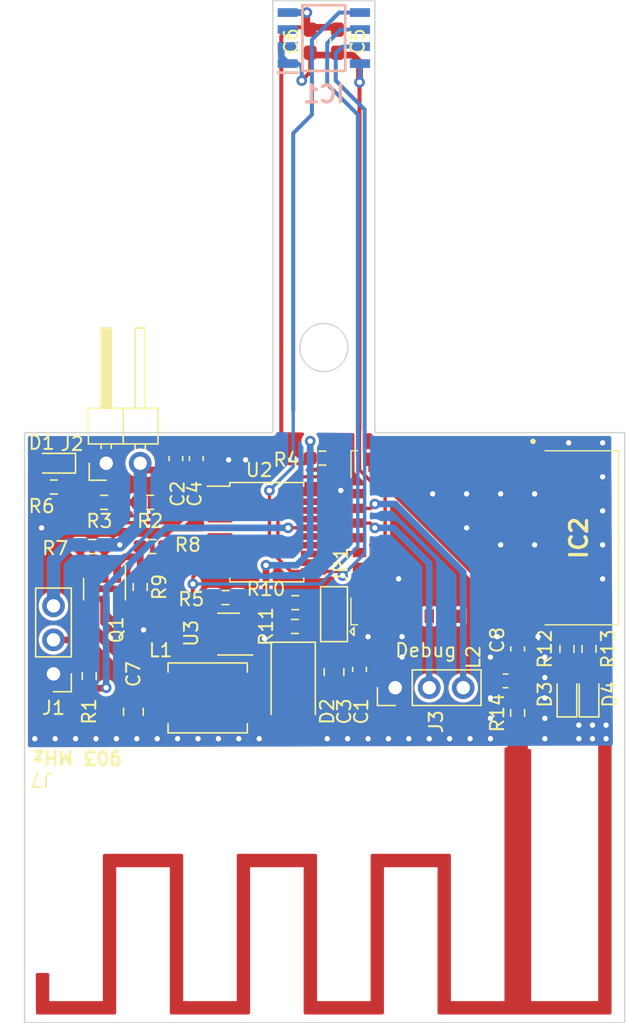
<source format=kicad_pcb>
(kicad_pcb (version 20211014) (generator pcbnew)
  (layers (0 "F.Cu" signal) (31 "B.Cu" signal) (34 "B.Paste" user) (35 "F.Paste" user) (36 "B.SilkS" user "B.Silkscreen") (37 "F.SilkS" user "F.Silkscreen") (38 "B.Mask" user) (39 "F.Mask" user) (44 "Edge.Cuts" user))
  (net 0 "")
  (net 1 "GND")
  (net 2 "VCC")
  (net 3 "Net-(IC1-Pad7)")
  (net 4 "Net-(IC1-Pad6)")
  (net 5 "Net-(J1-Pad2)")
  (net 6 "Net-(D1-Pad2)")
  (net 7 "Net-(R1-Pad1)")
  (net 8 "Net-(C7-Pad2)")
  (net 9 "Net-(D3-Pad2)")
  (net 10 "Net-(D4-Pad2)")
  (net 15 "Net-(IC2-Pad19)")
  (net 17 "Net-(C1-Pad2)")
  (net 19 "Net-(Q1-Pad1)")
  (net 20 "Net-(Q1-Pad3)")
  (net 21 "Net-(D2-Pad2)")
  (net 22 "Net-(R2-Pad1)")
  (net 23 "Net-(R10-Pad1)")
  (net 24 "Net-(IC2-Pad30)")
  (net 26 "Net-(C8-Pad2)")
  (net 28 "Net-(IC2-Pad12)")
  (net 29 "Net-(IC2-Pad11)")
  (net 39 "Net-(IC2-Pad14)")
  (net 40 "Net-(IC2-Pad15)")
  (net 41 "Net-(IC2-Pad16)")
  (net 43 "Net-(IC1-Pad5)")
  (net 44 "Net-(IC2-Pad17)")
  (net 46 "Net-(U2-Pad3)")
  (net 48 "Net-(U2-Pad6)")
  (net 49 "Net-(U2-Pad7)")
  (footprint "Resistor_SMD:R_0603_1608Metric_Pad0.98x0.95mm_HandSolder" (layer "F.Cu") (at 143.764 101.7505 -90)
    (fp_text reference "R13" (at 0 -1.43 90) (layer "F.SilkS"))
    (fp_text value "330")
    (pad "1" smd roundrect (at -0.9125 0 270) (size 0.975 0.95) (layers "F.Cu" "F.Paste" "F.Mask") (net 29 "Net-(IC2-Pad11)"))
    (pad "2" smd roundrect (at 0.9125 0 270) (size 0.975 0.95) (layers "F.Cu" "F.Paste" "F.Mask") (net 10 "Net-(D4-Pad2)"))
  )
  (footprint "Connector_PinHeader_2.54mm:PinHeader_1x03_P2.54mm_Vertical" (layer "F.Cu") (at 103.759 103.617 180)
    (fp_text reference "J1" (at 0 -2.54) (layer "F.SilkS"))
    (fp_text value "UDPI")
    (pad "1" thru_hole rect (at 0 0 180) (size 1.7 1.7) (drill 1) (layers *.Cu *.Mask) (net 1 "GND"))
    (pad "2" thru_hole oval (at 0 2.54 180) (size 1.7 1.7) (drill 1) (layers *.Cu *.Mask) (net 5 "Net-(J1-Pad2)"))
    (pad "3" thru_hole oval (at 0 5.08 180) (size 1.7 1.7) (drill 1) (layers *.Cu *.Mask) (net 2 "VCC"))
  )
  (footprint "Connector_PinHeader_2.54mm:PinHeader_1x03_P2.54mm_Vertical" (layer "F.Cu") (at 129.286 104.648 90)
    (fp_text reference "J3" (at -2.54 3.048 90) (layer "F.SilkS"))
    (fp_text value "debug")
    (pad "1" thru_hole rect (at 0 0 90) (size 1.7 1.7) (drill 1) (layers *.Cu *.Mask) (net 1 "GND"))
    (pad "2" thru_hole oval (at 0 2.54 90) (size 1.7 1.7) (drill 1) (layers *.Cu *.Mask) (net 40 "Net-(IC2-Pad15)"))
    (pad "3" thru_hole oval (at 0 5.08 90) (size 1.7 1.7) (drill 1) (layers *.Cu *.Mask) (net 39 "Net-(IC2-Pad14)"))
  )
  (footprint "Diode_SMD:D_SMA" (layer "F.Cu") (at 121.666 104.648 -90)
    (fp_text reference "D2" (at 1.778 -2.54 90) (layer "F.SilkS"))
    (fp_text value "SD103")
    (pad "1" smd rect (at -2 0 270) (size 2.5 1.8) (layers "F.Cu" "F.Paste" "F.Mask") (net 17 "Net-(C1-Pad2)"))
    (pad "2" smd rect (at 2 0 270) (size 2.5 1.8) (layers "F.Cu" "F.Paste" "F.Mask") (net 21 "Net-(D2-Pad2)"))
  )
  (footprint "Package_TO_SOT_SMD:SOT-23-6" (layer "F.Cu") (at 116.8345 100.645 180)
    (fp_text reference "U3" (at 2.7885 0.061 90) (layer "F.SilkS"))
    (fp_text value "MT3608")
    (pad "1" smd roundrect (at -1.1375 -0.95 180) (size 1.325 0.6) (layers "F.Cu" "F.Paste" "F.Mask") (net 21 "Net-(D2-Pad2)"))
    (pad "2" smd roundrect (at -1.1375 0 180) (size 1.325 0.6) (layers "F.Cu" "F.Paste" "F.Mask") (net 1 "GND"))
    (pad "3" smd roundrect (at -1.1375 0.95 180) (size 1.325 0.6) (layers "F.Cu" "F.Paste" "F.Mask") (net 23 "Net-(R10-Pad1)"))
    (pad "4" smd roundrect (at 1.1375 0.95 180) (size 1.325 0.6) (layers "F.Cu" "F.Paste" "F.Mask") (net 49 "Net-(U2-Pad7)"))
    (pad "5" smd roundrect (at 1.1375 0 180) (size 1.325 0.6) (layers "F.Cu" "F.Paste" "F.Mask") (net 8 "Net-(C7-Pad2)"))
    (pad "6" smd roundrect (at 1.1375 -0.95 180) (size 1.325 0.6) (layers "F.Cu" "F.Paste" "F.Mask"))
  )
  (footprint "Resistor_SMD:R_0603_1608Metric_Pad0.98x0.95mm_HandSolder" (layer "F.Cu") (at 110.9745 90.805)
    (fp_text reference "R2" (at 0 1.397) (layer "F.SilkS"))
    (fp_text value "220k")
    (pad "1" smd roundrect (at -0.9125 0) (size 0.975 0.95) (layers "F.Cu" "F.Paste" "F.Mask") (net 22 "Net-(R2-Pad1)"))
    (pad "2" smd roundrect (at 0.9125 0) (size 0.975 0.95) (layers "F.Cu" "F.Paste" "F.Mask") (net 2 "VCC"))
  )
  (footprint "Connector_PinHeader_2.54mm:PinHeader_1x02_P2.54mm_Horizontal" (layer "F.Cu") (at 107.696 87.884 90)
    (fp_text reference "J2" (at 1.44 -2.54) (layer "F.SilkS"))
    (fp_text value "Battery")
    (pad "1" thru_hole rect (at 0 0 90) (size 1.7 1.7) (drill 1) (layers *.Cu *.Mask) (net 1 "GND"))
    (pad "2" thru_hole oval (at 0 2.54 90) (size 1.7 1.7) (drill 1) (layers *.Cu *.Mask) (net 2 "VCC"))
  )
  (footprint "Resistor_SMD:R_0603_1608Metric_Pad0.98x0.95mm_HandSolder" (layer "F.Cu") (at 110.236 97.1315 -90)
    (fp_text reference "R9" (at 0 -1.43 90) (layer "F.SilkS"))
    (fp_text value "100k")
    (pad "1" smd roundrect (at -0.9125 0 270) (size 0.975 0.95) (layers "F.Cu" "F.Paste" "F.Mask") (net 19 "Net-(Q1-Pad1)"))
    (pad "2" smd roundrect (at 0.9125 0 270) (size 0.975 0.95) (layers "F.Cu" "F.Paste" "F.Mask") (net 1 "GND"))
  )
  (footprint "Inductor_SMD:L_0603_1608Metric_Pad1.05x0.95mm_HandSolder" (layer "F.Cu") (at 137.532 104.14)
    (fp_text reference "L2" (at -2.404 -1.778 90) (layer "F.SilkS"))
    (fp_text value "47n")
    (pad "1" smd roundrect (at -0.875 0) (size 1.05 0.95) (layers "F.Cu" "F.Paste" "F.Mask") (net 1 "GND"))
    (pad "2" smd roundrect (at 0.875 0) (size 1.05 0.95) (layers "F.Cu" "F.Paste" "F.Mask") (net 26 "Net-(C8-Pad2)"))
  )
  (footprint "Resistor_SMD:R_0603_1608Metric_Pad0.98x0.95mm_HandSolder" (layer "F.Cu") (at 121.793 100.076)
    (fp_text reference "R10" (at -2.159 -2.794) (layer "F.SilkS"))
    (fp_text value "10k")
    (pad "1" smd roundrect (at -0.9125 0) (size 0.975 0.95) (layers "F.Cu" "F.Paste" "F.Mask") (net 23 "Net-(R10-Pad1)"))
    (pad "2" smd roundrect (at 0.9125 0) (size 0.975 0.95) (layers "F.Cu" "F.Paste" "F.Mask") (net 17 "Net-(C1-Pad2)"))
  )
  (footprint "Jumper:SolderJumper-3_P1.3mm_Open_Pad1.0x1.5mm" (layer "F.Cu") (at 124.714 99.157 90)
    (fp_text reference "JP1" (at 3.653 0.508 90) (layer "F.SilkS"))
    (fp_text value "Jumper_3_Open")
    (pad "1" smd rect (at -1.3 0 90) (size 1 1.5) (layers "F.Cu" "F.Mask") (net 17 "Net-(C1-Pad2)"))
    (pad "2" smd rect (at 0 0 90) (size 1 1.5) (layers "F.Cu" "F.Mask") (net 15 "Net-(IC2-Pad19)"))
    (pad "3" smd rect (at 1.3 0 90) (size 1 1.5) (layers "F.Cu" "F.Mask") (net 1 "GND"))
  )
  (footprint "Capacitor_SMD:C_0603_1608Metric_Pad1.08x0.95mm_HandSolder" (layer "F.Cu") (at 122.936 56.3665 90)
    (fp_text reference "C6" (at 0 -1.43 90) (layer "F.SilkS"))
    (fp_text value "10u")
    (pad "1" smd roundrect (at -0.8625 0 90) (size 1.075 0.95) (layers "F.Cu" "F.Paste" "F.Mask") (net 17 "Net-(C1-Pad2)"))
    (pad "2" smd roundrect (at 0.8625 0 90) (size 1.075 0.95) (layers "F.Cu" "F.Paste" "F.Mask") (net 1 "GND"))
  )
  (footprint "Capacitor_SMD:C_0603_1608Metric_Pad1.08x0.95mm_HandSolder" (layer "F.Cu") (at 124.968 56.3665 90)
    (fp_text reference "C5" (at -0.0215 1.524 90) (layer "F.SilkS"))
    (fp_text value "100n")
    (pad "1" smd roundrect (at -0.8625 0 90) (size 1.075 0.95) (layers "F.Cu" "F.Paste" "F.Mask") (net 17 "Net-(C1-Pad2)"))
    (pad "2" smd roundrect (at 0.8625 0 90) (size 1.075 0.95) (layers "F.Cu" "F.Paste" "F.Mask") (net 1 "GND"))
  )
  (footprint "Package_TO_SOT_SMD:TSOT-23-6" (layer "F.Cu") (at 107.569 97.2875 -90)
    (fp_text reference "Q1" (at 3.0425 -0.889 90) (layer "F.SilkS"))
    (fp_text value "DMC2053UVT")
    (pad "1" smd roundrect (at -1.1375 -0.95 270) (size 1.325 0.6) (layers "F.Cu" "F.Paste" "F.Mask") (net 19 "Net-(Q1-Pad1)"))
    (pad "2" smd roundrect (at -1.1375 0 270) (size 1.325 0.6) (layers "F.Cu" "F.Paste" "F.Mask") (net 2 "VCC"))
    (pad "3" smd roundrect (at -1.1375 0.95 270) (size 1.325 0.6) (layers "F.Cu" "F.Paste" "F.Mask") (net 20 "Net-(Q1-Pad3)"))
    (pad "4" smd roundrect (at 1.1375 0.95 270) (size 1.325 0.6) (layers "F.Cu" "F.Paste" "F.Mask") (net 8 "Net-(C7-Pad2)"))
    (pad "5" smd roundrect (at 1.1375 0 270) (size 1.325 0.6) (layers "F.Cu" "F.Paste" "F.Mask") (net 1 "GND"))
    (pad "6" smd roundrect (at 1.1375 -0.95 270) (size 1.325 0.6) (layers "F.Cu" "F.Paste" "F.Mask") (net 20 "Net-(Q1-Pad3)"))
  )
  (footprint "Capacitor_SMD:C_0603_1608Metric_Pad1.08x0.95mm_HandSolder" (layer "F.Cu") (at 138.43 101.7535 -90)
    (fp_text reference "C8" (at -0.6615 1.524 90) (layer "F.SilkS"))
    (fp_text value "100p")
    (pad "1" smd roundrect (at -0.8625 0 270) (size 1.075 0.95) (layers "F.Cu" "F.Paste" "F.Mask") (net 24 "Net-(IC2-Pad30)"))
    (pad "2" smd roundrect (at 0.8625 0 270) (size 1.075 0.95) (layers "F.Cu" "F.Paste" "F.Mask") (net 26 "Net-(C8-Pad2)"))
  )
  (footprint "Capacitor_SMD:C_0805_2012Metric_Pad1.18x1.45mm_HandSolder" (layer "F.Cu") (at 109.728 106.4475 90)
    (fp_text reference "C7" (at 2.8155 0 90) (layer "F.SilkS"))
    (fp_text value "22u")
    (pad "1" smd roundrect (at -1.0375 0 90) (size 1.175 1.45) (layers "F.Cu" "F.Paste" "F.Mask") (roundrect_rratio 0.2127659574) (net 1 "GND"))
    (pad "2" smd roundrect (at 1.0375 0 90) (size 1.175 1.45) (layers "F.Cu" "F.Paste" "F.Mask") (roundrect_rratio 0.2127659574) (net 8 "Net-(C7-Pad2)"))
  )
  (footprint "Capacitor_SMD:C_0603_1608Metric_Pad1.08x0.95mm_HandSolder" (layer "F.Cu") (at 114.427 87.5295 -90)
    (fp_text reference "C4" (at 2.6405 0.127 90) (layer "F.SilkS"))
    (fp_text value "10u")
    (pad "1" smd roundrect (at -0.8625 0 270) (size 1.075 0.95) (layers "F.Cu" "F.Paste" "F.Mask") (net 1 "GND"))
    (pad "2" smd roundrect (at 0.8625 0 270) (size 1.075 0.95) (layers "F.Cu" "F.Paste" "F.Mask") (net 2 "VCC"))
  )
  (footprint "WSSFM11R2DAT:WSSFM11R2DAT" (layer "F.Cu") (at 135.98 93.454 -90)
    (fp_text reference "IC2" (at 0.018 -7.022 90) (layer "F.SilkS") (effects (font (size 1.27 1.27) (thickness 0.254))))
    (fp_text value "WSSFM11R2DAT" hide)
    (pad "1" smd rect (at -5.86 -3.55) (size 0.7 1) (layers "F.Cu" "F.Paste" "F.Mask") (net 1 "GND"))
    (pad "2" smd rect (at -5.86 -2.45) (size 0.7 1) (layers "F.Cu" "F.Paste" "F.Mask") (net 1 "GND"))
    (pad "3" smd rect (at -5.86 -1.35) (size 0.7 1) (layers "F.Cu" "F.Paste" "F.Mask") (net 1 "GND"))
    (pad "4" smd rect (at -5.86 -0.25) (size 0.7 1) (layers "F.Cu" "F.Paste" "F.Mask") (net 1 "GND"))
    (pad "5" smd rect (at -5.86 0.85) (size 0.7 1) (layers "F.Cu" "F.Paste" "F.Mask"))
    (pad "6" smd rect (at -5.86 1.95) (size 0.7 1) (layers "F.Cu" "F.Paste" "F.Mask"))
    (pad "7" smd rect (at -5.86 3.05) (size 0.7 1) (layers "F.Cu" "F.Paste" "F.Mask"))
    (pad "8" smd rect (at -5.86 4.15) (size 0.7 1) (layers "F.Cu" "F.Paste" "F.Mask"))
    (pad "9" smd rect (at -5.86 5.25) (size 0.7 1) (layers "F.Cu" "F.Paste" "F.Mask"))
    (pad "10" smd rect (at -5.86 6.35) (size 0.7 1) (layers "F.Cu" "F.Paste" "F.Mask"))
    (pad "11" smd rect (at -5.86 7.45) (size 0.7 1) (layers "F.Cu" "F.Paste" "F.Mask") (net 29 "Net-(IC2-Pad11)"))
    (pad "12" smd rect (at -5.86 8.55) (size 0.7 1) (layers "F.Cu" "F.Paste" "F.Mask") (net 28 "Net-(IC2-Pad12)"))
    (pad "13" smd rect (at -3.3 9.36 270) (size 0.7 1) (layers "F.Cu" "F.Paste" "F.Mask"))
    (pad "14" smd rect (at -2.2 9.36 270) (size 0.7 1) (layers "F.Cu" "F.Paste" "F.Mask") (net 39 "Net-(IC2-Pad14)"))
    (pad "15" smd rect (at -1.1 9.36 270) (size 0.7 1) (layers "F.Cu" "F.Paste" "F.Mask") (net 40 "Net-(IC2-Pad15)"))
    (pad "16" smd rect (at 0 9.36 270) (size 0.7 1) (layers "F.Cu" "F.Paste" "F.Mask") (net 41 "Net-(IC2-Pad16)"))
    (pad "17" smd rect (at 1.1 9.36 270) (size 0.7 1) (layers "F.Cu" "F.Paste" "F.Mask") (net 44 "Net-(IC2-Pad17)"))
    (pad "18" smd rect (at 2.2 9.36 270) (size 0.7 1) (layers "F.Cu" "F.Paste" "F.Mask"))
    (pad "19" smd rect (at 3.3 9.36 270) (size 0.7 1) (layers "F.Cu" "F.Paste" "F.Mask") (net 15 "Net-(IC2-Pad19)"))
    (pad "20" smd rect (at 5.86 8.55) (size 0.7 1) (layers "F.Cu" "F.Paste" "F.Mask") (net 1 "GND"))
    (pad "21" smd rect (at 5.86 7.45) (size 0.7 1) (layers "F.Cu" "F.Paste" "F.Mask") (net 17 "Net-(C1-Pad2)"))
    (pad "22" smd rect (at 5.86 6.35) (size 0.7 1) (layers "F.Cu" "F.Paste" "F.Mask") (net 1 "GND"))
    (pad "23" smd rect (at 5.86 5.25) (size 0.7 1) (layers "F.Cu" "F.Paste" "F.Mask"))
    (pad "24" smd rect (at 5.86 4.15) (size 0.7 1) (layers "F.Cu" "F.Paste" "F.Mask"))
    (pad "25" smd rect (at 5.86 3.05) (size 0.7 1) (layers "F.Cu" "F.Paste" "F.Mask"))
    (pad "26" smd rect (at 5.86 1.95) (size 0.7 1) (layers "F.Cu" "F.Paste" "F.Mask"))
    (pad "27" smd rect (at 5.86 0.85) (size 0.7 1) (layers "F.Cu" "F.Paste" "F.Mask") (net 1 "GND"))
    (pad "28" smd rect (at 5.86 -0.25) (size 0.7 1) (layers "F.Cu" "F.Paste" "F.Mask") (net 1 "GND"))
    (pad "29" smd rect (at 5.86 -1.35) (size 0.7 1) (layers "F.Cu" "F.Paste" "F.Mask") (net 1 "GND"))
    (pad "30" smd rect (at 5.86 -2.45) (size 0.7 1) (layers "F.Cu" "F.Paste" "F.Mask") (net 24 "Net-(IC2-Pad30)"))
    (pad "31" smd rect (at 5.86 -3.55) (size 0.7 1) (layers "F.Cu" "F.Paste" "F.Mask") (net 1 "GND"))
  )
  (footprint "Capacitor_SMD:C_0603_1608Metric_Pad1.08x0.95mm_HandSolder" (layer "F.Cu") (at 126.619 103.2775 90)
    (fp_text reference "C1" (at -3.1485 0.127 90) (layer "F.SilkS"))
    (fp_text value "100n")
    (pad "1" smd roundrect (at -0.8625 0 90) (size 1.075 0.95) (layers "F.Cu" "F.Paste" "F.Mask") (net 1 "GND"))
    (pad "2" smd roundrect (at 0.8625 0 90) (size 1.075 0.95) (layers "F.Cu" "F.Paste" "F.Mask") (net 17 "Net-(C1-Pad2)"))
  )
  (footprint "LED_SMD:LED_0603_1608Metric_Pad1.05x0.95mm_HandSolder" (layer "F.Cu") (at 103.745 87.884 180)
    (fp_text reference "D1" (at 0.875 1.524) (layer "F.SilkS"))
    (fp_text value "LED_Small")
    (pad "1" smd roundrect (at -0.875 0 180) (size 1.05 0.95) (layers "F.Cu" "F.Paste" "F.Mask") (net 1 "GND"))
    (pad "2" smd roundrect (at 0.875 0 180) (size 1.05 0.95) (layers "F.Cu" "F.Paste" "F.Mask") (net 6 "Net-(D1-Pad2)"))
  )
  (footprint "Capacitor_SMD:C_0805_2012Metric_Pad1.18x1.45mm_HandSolder" (layer "F.Cu") (at 124.714 103.4835 90)
    (fp_text reference "C3" (at -2.9425 0.762 90) (layer "F.SilkS"))
    (fp_text value "22u")
    (pad "1" smd roundrect (at -1.0375 0 90) (size 1.175 1.45) (layers "F.Cu" "F.Paste" "F.Mask") (roundrect_rratio 0.2127659574) (net 1 "GND"))
    (pad "2" smd roundrect (at 1.0375 0 90) (size 1.175 1.45) (layers "F.Cu" "F.Paste" "F.Mask") (roundrect_rratio 0.2127659574) (net 17 "Net-(C1-Pad2)"))
  )
  (footprint "Resistor_SMD:R_0603_1608Metric_Pad0.98x0.95mm_HandSolder" (layer "F.Cu") (at 142.113 101.7505 -90)
    (fp_text reference "R12" (at 0 1.651 90) (layer "F.SilkS"))
    (fp_text value "330")
    (pad "1" smd roundrect (at -0.9125 0 270) (size 0.975 0.95) (layers "F.Cu" "F.Paste" "F.Mask") (net 28 "Net-(IC2-Pad12)"))
    (pad "2" smd roundrect (at 0.9125 0 270) (size 0.975 0.95) (layers "F.Cu" "F.Paste" "F.Mask") (net 9 "Net-(D3-Pad2)"))
  )
  (footprint "Resistor_SMD:R_0603_1608Metric_Pad0.98x0.95mm_HandSolder" (layer "F.Cu") (at 138.43 106.5295 -90)
    (fp_text reference "R14" (at 0 1.524 90) (layer "F.SilkS"))
    (fp_text value "0")
    (pad "1" smd roundrect (at -0.9125 0 270) (size 0.975 0.95) (layers "F.Cu" "F.Paste" "F.Mask") (net 26 "Net-(C8-Pad2)"))
    (pad "2" smd roundrect (at 0.9125 0 270) (size 0.975 0.95) (layers "F.Cu" "F.Paste" "F.Mask") (net 1 "GND"))
  )
  (footprint "Resistor_SMD:R_0603_1608Metric_Pad0.98x0.95mm_HandSolder" (layer "F.Cu") (at 106.426 103.7825 90)
    (fp_text reference "R1" (at -2.6435 0 90) (layer "F.SilkS"))
    (fp_text value "470")
    (pad "1" smd roundrect (at -0.9125 0 90) (size 0.975 0.95) (layers "F.Cu" "F.Paste" "F.Mask") (net 7 "Net-(R1-Pad1)"))
    (pad "2" smd roundrect (at 0.9125 0 90) (size 0.975 0.95) (layers "F.Cu" "F.Paste" "F.Mask") (net 5 "Net-(J1-Pad2)"))
  )
  (footprint "Resistor_SMD:R_0603_1608Metric_Pad0.98x0.95mm_HandSolder" (layer "F.Cu") (at 111.1485 94.107 180)
    (fp_text reference "R8" (at -2.6435 0.127) (layer "F.SilkS"))
    (fp_text value "470")
    (pad "1" smd roundrect (at -0.9125 0 180) (size 0.975 0.95) (layers "F.Cu" "F.Paste" "F.Mask") (net 48 "Net-(U2-Pad6)"))
    (pad "2" smd roundrect (at 0.9125 0 180) (size 0.975 0.95) (layers "F.Cu" "F.Paste" "F.Mask") (net 19 "Net-(Q1-Pad1)"))
  )
  (footprint "LED_SMD:LED_0603_1608Metric_Pad1.05x0.95mm_HandSolder" (layer "F.Cu") (at 142.113 105.17 90)
    (fp_text reference "D3" (at 0.014 -1.651 90) (layer "F.SilkS"))
    (fp_text value "LED_Small")
    (pad "1" smd roundrect (at -0.875 0 90) (size 1.05 0.95) (layers "F.Cu" "F.Paste" "F.Mask") (net 1 "GND"))
    (pad "2" smd roundrect (at 0.875 0 90) (size 1.05 0.95) (layers "F.Cu" "F.Paste" "F.Mask") (net 9 "Net-(D3-Pad2)"))
  )
  (footprint "Resistor_SMD:R_0603_1608Metric_Pad0.98x0.95mm_HandSolder" (layer "F.Cu") (at 116.6095 97.917)
    (fp_text reference "R5" (at -2.5635 0.127) (layer "F.SilkS"))
    (fp_text value "2.2k")
    (pad "1" smd roundrect (at -0.9125 0) (size 0.975 0.95) (layers "F.Cu" "F.Paste" "F.Mask") (net 4 "Net-(IC1-Pad6)"))
    (pad "2" smd roundrect (at 0.9125 0) (size 0.975 0.95) (layers "F.Cu" "F.Paste" "F.Mask") (net 2 "VCC"))
  )
  (footprint "Resistor_SMD:R_0603_1608Metric_Pad0.98x0.95mm_HandSolder" (layer "F.Cu") (at 107.5455 90.805)
    (fp_text reference "R3" (at -0.3575 1.397) (layer "F.SilkS"))
    (fp_text value "100k")
    (pad "1" smd roundrect (at -0.9125 0) (size 0.975 0.95) (layers "F.Cu" "F.Paste" "F.Mask") (net 1 "GND"))
    (pad "2" smd roundrect (at 0.9125 0) (size 0.975 0.95) (layers "F.Cu" "F.Paste" "F.Mask") (net 22 "Net-(R2-Pad1)"))
  )
  (footprint "Resistor_SMD:R_0603_1608Metric_Pad0.98x0.95mm_HandSolder" (layer "F.Cu") (at 106.6565 94.107 180)
    (fp_text reference "R7" (at 2.7705 -0.127) (layer "F.SilkS"))
    (fp_text value "10k")
    (pad "1" smd roundrect (at -0.9125 0 180) (size 0.975 0.95) (layers "F.Cu" "F.Paste" "F.Mask") (net 2 "VCC"))
    (pad "2" smd roundrect (at 0.9125 0 180) (size 0.975 0.95) (layers "F.Cu" "F.Paste" "F.Mask") (net 20 "Net-(Q1-Pad3)"))
  )
  (footprint "Resistor_SMD:R_0603_1608Metric_Pad0.98x0.95mm_HandSolder" (layer "F.Cu") (at 123.8485 87.503 180)
    (fp_text reference "R4" (at 2.6905 -0.127) (layer "F.SilkS"))
    (fp_text value "2.2k")
    (pad "1" smd roundrect (at -0.9125 0 180) (size 0.975 0.95) (layers "F.Cu" "F.Paste" "F.Mask") (net 3 "Net-(IC1-Pad7)"))
    (pad "2" smd roundrect (at 0.9125 0 180) (size 0.975 0.95) (layers "F.Cu" "F.Paste" "F.Mask") (net 2 "VCC"))
  )
  (footprint "Resistor_SMD:R_0603_1608Metric_Pad0.98x0.95mm_HandSolder" (layer "F.Cu") (at 103.7825 89.662 180)
    (fp_text reference "R6" (at 0.9125 -1.43) (layer "F.SilkS"))
    (fp_text value "330")
    (pad "1" smd roundrect (at -0.9125 0 180) (size 0.975 0.95) (layers "F.Cu" "F.Paste" "F.Mask") (net 46 "Net-(U2-Pad3)"))
    (pad "2" smd roundrect (at 0.9125 0 180) (size 0.975 0.95) (layers "F.Cu" "F.Paste" "F.Mask") (net 6 "Net-(D1-Pad2)"))
  )
  (footprint "Package_SO:SSOP-20_5.3x7.2mm_P0.65mm" (layer "F.Cu") (at 119.69 93.035)
    (fp_text reference "U2" (at -0.564 -4.643) (layer "F.SilkS"))
    (fp_text value "ATtiny826-X")
    (pad "1" smd roundrect (at -3.5 -2.925) (size 1.9 0.5) (layers "F.Cu" "F.Paste" "F.Mask") (net 2 "VCC"))
    (pad "2" smd roundrect (at -3.5 -2.275) (size 1.9 0.5) (layers "F.Cu" "F.Paste" "F.Mask") (net 22 "Net-(R2-Pad1)"))
    (pad "3" smd roundrect (at -3.5 -1.625) (size 1.9 0.5) (layers "F.Cu" "F.Paste" "F.Mask") (net 46 "Net-(U2-Pad3)"))
    (pad "4" smd roundrect (at -3.5 -0.975) (size 1.9 0.5) (layers "F.Cu" "F.Paste" "F.Mask"))
    (pad "5" smd roundrect (at -3.5 -0.325) (size 1.9 0.5) (layers "F.Cu" "F.Paste" "F.Mask"))
    (pad "6" smd roundrect (at -3.5 0.325) (size 1.9 0.5) (layers "F.Cu" "F.Paste" "F.Mask") (net 48 "Net-(U2-Pad6)"))
    (pad "7" smd roundrect (at -3.5 0.975) (size 1.9 0.5) (layers "F.Cu" "F.Paste" "F.Mask") (net 49 "Net-(U2-Pad7)"))
    (pad "8" smd roundrect (at -3.5 1.625) (size 1.9 0.5) (layers "F.Cu" "F.Paste" "F.Mask") (net 43 "Net-(IC1-Pad5)"))
    (pad "9" smd roundrect (at -3.5 2.275) (size 1.9 0.5) (layers "F.Cu" "F.Paste" "F.Mask"))
    (pad "10" smd roundrect (at -3.5 2.925) (size 1.9 0.5) (layers "F.Cu" "F.Paste" "F.Mask") (net 4 "Net-(IC1-Pad6)"))
    (pad "11" smd roundrect (at 3.5 2.925) (size 1.9 0.5) (layers "F.Cu" "F.Paste" "F.Mask") (net 3 "Net-(IC1-Pad7)"))
    (pad "12" smd roundrect (at 3.5 2.275) (size 1.9 0.5) (layers "F.Cu" "F.Paste" "F.Mask"))
    (pad "13" smd roundrect (at 3.5 1.625) (size 1.9 0.5) (layers "F.Cu" "F.Paste" "F.Mask"))
    (pad "14" smd roundrect (at 3.5 0.975) (size 1.9 0.5) (layers "F.Cu" "F.Paste" "F.Mask") (net 44 "Net-(IC2-Pad17)"))
    (pad "15" smd roundrect (at 3.5 0.325) (size 1.9 0.5) (layers "F.Cu" "F.Paste" "F.Mask") (net 41 "Net-(IC2-Pad16)"))
    (pad "16" smd roundrect (at 3.5 -0.325) (size 1.9 0.5) (layers "F.Cu" "F.Paste" "F.Mask") (net 7 "Net-(R1-Pad1)"))
    (pad "17" smd roundrect (at 3.5 -0.975) (size 1.9 0.5) (layers "F.Cu" "F.Paste" "F.Mask") (net 40 "Net-(IC2-Pad15)"))
    (pad "18" smd roundrect (at 3.5 -1.625) (size 1.9 0.5) (layers "F.Cu" "F.Paste" "F.Mask") (net 39 "Net-(IC2-Pad14)"))
    (pad "19" smd roundrect (at 3.5 -2.275) (size 1.9 0.5) (layers "F.Cu" "F.Paste" "F.Mask"))
    (pad "20" smd roundrect (at 3.5 -2.925) (size 1.9 0.5) (layers "F.Cu" "F.Paste" "F.Mask") (net 1 "GND"))
  )
  (footprint "Inductor_SMD:L_Murata_LQH55DN_5.7x5.0mm" (layer "F.Cu") (at 115.276 105.41 180)
    (fp_text reference "L1" (at 3.516 3.556) (layer "F.SilkS"))
    (fp_text value "4.7u")
    (pad "1" smd rect (at -2.5 0 180) (size 3 3.5) (layers "F.Cu" "F.Paste" "F.Mask") (net 21 "Net-(D2-Pad2)"))
    (pad "2" smd rect (at 2.5 0 180) (size 3 3.5) (layers "F.Cu" "F.Paste" "F.Mask") (net 8 "Net-(C7-Pad2)"))
  )
  (footprint "Resistor_SMD:R_0603_1608Metric_Pad0.98x0.95mm_HandSolder" (layer "F.Cu") (at 121.8165 98.298 180)
    (fp_text reference "R11" (at 2.1825 -1.778 90) (layer "F.SilkS"))
    (fp_text value "2k")
    (pad "1" smd roundrect (at -0.9125 0 180) (size 0.975 0.95) (layers "F.Cu" "F.Paste" "F.Mask") (net 1 "GND"))
    (pad "2" smd roundrect (at 0.9125 0 180) (size 0.975 0.95) (layers "F.Cu" "F.Paste" "F.Mask") (net 23 "Net-(R10-Pad1)"))
  )
  (footprint "Capacitor_SMD:C_0603_1608Metric_Pad1.08x0.95mm_HandSolder" (layer "F.Cu") (at 112.903 87.5295 -90)
    (fp_text reference "C2" (at 2.6405 -0.127 90) (layer "F.SilkS"))
    (fp_text value "100n")
    (pad "1" smd roundrect (at -0.8625 0 270) (size 1.075 0.95) (layers "F.Cu" "F.Paste" "F.Mask") (net 1 "GND"))
    (pad "2" smd roundrect (at 0.8625 0 270) (size 1.075 0.95) (layers "F.Cu" "F.Paste" "F.Mask") (net 2 "VCC"))
  )
  (footprint "LED_SMD:LED_0603_1608Metric_Pad1.05x0.95mm_HandSolder" (layer "F.Cu") (at 143.764 105.17 90)
    (fp_text reference "D4" (at 0.014 1.524 90) (layer "F.SilkS"))
    (fp_text value "LED_Small")
    (pad "1" smd roundrect (at -0.875 0 90) (size 1.05 0.95) (layers "F.Cu" "F.Paste" "F.Mask") (net 1 "GND"))
    (pad "2" smd roundrect (at 0.875 0 90) (size 1.05 0.95) (layers "F.Cu" "F.Paste" "F.Mask") (net 10 "Net-(D4-Pad2)"))
  )
  (footprint "AS5600-ASOM:SOIC127P600X175-8N" (layer "B.Cu") (at 123.952 56.134)
    (fp_text reference "IC1" (at 0 4.191) (layer "B.SilkS") (effects (font (size 1.27 1.27) (thickness 0.254)) (justify mirror)))
    (fp_text value "AS5600-ASOM" hide)
    (pad "1" smd rect (at -2.7 1.905 270) (size 0.65 1.5) (layers "B.Cu" "B.Paste" "B.Mask") (net 17 "Net-(C1-Pad2)"))
    (pad "2" smd rect (at -2.7 0.635 270) (size 0.65 1.5) (layers "B.Cu" "B.Paste" "B.Mask") (net 17 "Net-(C1-Pad2)"))
    (pad "3" smd rect (at -2.7 -0.635 270) (size 0.65 1.5) (layers "B.Cu" "B.Paste" "B.Mask"))
    (pad "4" smd rect (at -2.7 -1.905 270) (size 0.65 1.5) (layers "B.Cu" "B.Paste" "B.Mask") (net 1 "GND"))
    (pad "5" smd rect (at 2.7 -1.905 270) (size 0.65 1.5) (layers "B.Cu" "B.Paste" "B.Mask") (net 43 "Net-(IC1-Pad5)"))
    (pad "6" smd rect (at 2.7 -0.635 270) (size 0.65 1.5) (layers "B.Cu" "B.Paste" "B.Mask") (net 4 "Net-(IC1-Pad6)"))
    (pad "7" smd rect (at 2.7 0.635 270) (size 0.65 1.5) (layers "B.Cu" "B.Paste" "B.Mask") (net 3 "Net-(IC1-Pad7)"))
    (pad "8" smd rect (at 2.7 1.905 270) (size 0.65 1.5) (layers "B.Cu" "B.Paste" "B.Mask") (net 17 "Net-(C1-Pad2)"))
  )
  (gr_line (start 146.431 129.667) (end 146.431 85.598) (layer "Edge.Cuts") (width 0.1))
  (gr_line (start 101.6 129.667) (end 146.431 129.667) (layer "Edge.Cuts") (width 0.1))
  (gr_line (start 120.142 85.598) (end 101.6 85.598) (layer "Edge.Cuts") (width 0.1))
  (gr_line (start 101.6 129.667) (end 101.6 85.598) (layer "Edge.Cuts") (width 0.1))
  (gr_circle (center 123.952 79.248) (end 124.206 77.47) (layer "Edge.Cuts") (width 0.1) (fill none))
  (gr_line (start 127.762 53.34) (end 127.762 85.598) (layer "Edge.Cuts") (width 0.1))
  (gr_line (start 127.762 85.598) (end 146.431 85.598) (layer "Edge.Cuts") (width 0.1))
  (gr_line (start 120.142 53.34) (end 127.762 53.34) (layer "Edge.Cuts") (width 0.1))
  (gr_line (start 120.142 53.34) (end 120.142 85.598) (layer "Edge.Cuts") (width 0.1))
  (gr_text "Debug" (at 131.572 101.854) (layer "F.SilkS") (effects (font (size 1 1))))
  (gr_text "903 MHz" (at 105.552 109.855 180) (layer "F.SilkS") (effects (font (size 1 1) (thickness 0.2))))
  (gr_text "J7" (at 102.87 111.506 180) (layer "F.SilkS") (effects (font (size 1 1))))
  (segment (start 120.777 56.007) (end 120.777 87.122) (width 0.3) (layer "F.Cu") (net 1))
  (segment (start 122.936 55.329) (end 124.968 55.329) (width 0.5) (layer "F.Cu") (net 1))
  (segment (start 119.187 100.645) (end 119.507 100.965) (width 0.5) (layer "F.Cu") (net 1))
  (segment (start 106.633 90.805) (end 106.553 90.805) (width 0.5) (layer "F.Cu") (net 1))
  (segment (start 121.455 55.329) (end 120.777 56.007) (width 0.3) (layer "F.Cu") (net 1))
  (segment (start 123.17 97.857) (end 122.729 98.298) (width 0.5) (layer "F.Cu") (net 1))
  (segment (start 122.682 54.229) (end 122.682 55.075) (width 0.5) (layer "F.Cu") (net 1))
  (segment (start 127.254 99.49) (end 127.43 99.314) (width 0.5) (layer "F.Cu") (net 1))
  (segment (start 122.936 55.329) (end 121.455 55.329) (width 0.3) (layer "F.Cu") (net 1))
  (segment (start 122.682 55.075) (end 122.936 55.329) (width 0.5) (layer "F.Cu") (net 1))
  (segment (start 117.972 100.645) (end 119.187 100.645) (width 0.5) (layer "F.Cu") (net 1))
  (segment (start 124.714 97.857) (end 123.17 97.857) (width 0.5) (layer "F.Cu") (net 1))
  (via (at 124.206 108.458) (size 0.8) (drill 0.4) (layers "F.Cu" "B.Cu") (net 1))
  (via (at 143.002 108.458) (size 0.8) (drill 0.4) (layers "F.Cu" "B.Cu") (net 1))
  (via (at 110.49 100.33) (size 0.8) (drill 0.4) (layers "F.Cu" "B.Cu") (net 1))
  (via (at 144.78 93.98) (size 0.8) (drill 0.4) (layers "F.Cu" "B.Cu") (net 1))
  (via (at 105.41 108.458) (size 0.8) (drill 0.4) (layers "F.Cu" "B.Cu") (net 1))
  (via (at 134.62 90.17) (size 0.8) (drill 0.4) (layers "F.Cu" "B.Cu") (net 1))
  (via (at 128.778 108.458) (size 0.8) (drill 0.4) (layers "F.Cu" "B.Cu") (net 1))
  (via (at 144.78 91.44) (size 0.8) (drill 0.4) (layers "F.Cu" "B.Cu") (net 1))
  (via (at 127.254 100.838) (size 0.8) (drill 0.4) (layers "F.Cu" "B.Cu") (net 1))
  (via (at 143.002 107.442) (size 0.8) (drill 0.4) (layers "F.Cu" "B.Cu") (net 1))
  (via (at 103.886 108.458) (size 0.8) (drill 0.4) (layers "F.Cu" "B.Cu") (net 1))
  (via (at 114.554 108.458) (size 0.8) (drill 0.4) (layers "F.Cu" "B.Cu") (net 1))
  (via (at 118.11 87.63) (size 0.8) (drill 0.4) (layers "F.Cu" "B.Cu") (net 1))
  (via (at 139.7 90.17) (size 0.8) (drill 0.4) (layers "F.Cu" "B.Cu") (net 1))
  (via (at 122.682 54.229) (size 0.8) (drill 0.4) (layers "F.Cu" "B.Cu") (net 1))
  (via (at 108.458 108.458) (size 0.8) (drill 0.4) (layers "F.Cu" "B.Cu") (net 1))
  (via (at 125.222 89.916) (size 0.8) (drill 0.4) (layers "F.Cu" "B.Cu") (net 1))
  (via (at 140.462 106.934) (size 0.8) (drill 0.4) (layers "F.Cu" "B.Cu") (net 1))
  (via (at 145.034 108.458) (size 0.8) (drill 0.4) (layers "F.Cu" "B.Cu") (net 1))
  (via (at 139.7 93.98) (size 0.8) (drill 0.4) (layers "F.Cu" "B.Cu") (net 1))
  (via (at 137.16 93.98) (size 0.8) (drill 0.4) (layers "F.Cu" "B.Cu") (net 1))
  (via (at 137.16 90.17) (size 0.8) (drill 0.4) (layers "F.Cu" "B.Cu") (net 1))
  (via (at 136.906 100.838) (size 0.8) (drill 0.4) (layers "F.Cu" "B.Cu") (net 1))
  (via (at 119.126 108.458) (size 0.8) (drill 0.4) (layers "F.Cu" "B.Cu") (net 1))
  (via (at 145.034 107.442) (size 0.8) (drill 0.4) (layers "F.Cu" "B.Cu") (net 1))
  (via (at 106.934 108.458) (size 0.8) (drill 0.4) (layers "F.Cu" "B.Cu") (net 1))
  (via (at 144.78 88.9) (size 0.8) (drill 0.4) (layers "F.Cu" "B.Cu") (net 1))
  (via (at 129.54 96.52) (size 0.8) (drill 0.4) (layers "F.Cu" "B.Cu") (net 1))
  (via (at 134.62 92.71) (size 0.8) (drill 0.4) (layers "F.Cu" "B.Cu") (net 1))
  (via (at 140.462 105.41) (size 0.8) (drill 0.4) (layers "F.Cu" "B.Cu") (net 1))
  (via (at 117.602 108.458) (size 0.8) (drill 0.4) (layers "F.Cu" "B.Cu") (net 1))
  (via (at 144.018 107.442) (size 0.8) (drill 0.4) (layers "F.Cu" "B.Cu") (net 1))
  (via (at 134.874 108.458) (size 0.8) (drill 0.4) (layers "F.Cu" "B.Cu") (net 1))
  (via (at 127.254 108.458) (size 0.8) (drill 0.4) (layers "F.Cu" "B.Cu") (net 1))
  (via (at 130.302 108.458) (size 0.8) (drill 0.4) (layers "F.Cu" "B.Cu") (net 1))
  (via (at 144.78 96.52) (size 0.8) (drill 0.4) (layers "F.Cu" "B.Cu") (net 1))
  (via (at 113.03 108.458) (size 0.8) (drill 0.4) (layers "F.Cu" "B.Cu") (net 1))
  (via (at 139.954 100.838) (size 0.8) (drill 0.4) (layers "F.Cu" "B.Cu") (net 1))
  (via (at 125.73 108.458) (size 0.8) (drill 0.4) (layers "F.Cu" "B.Cu") (net 1))
  (via (at 119.507 100.965) (size 0.8) (drill 0.4) (layers "F.Cu" "B.Cu") (net 1))
  (via (at 109.982 108.458) (size 0.8) (drill 0.4) (layers "F.Cu" "B.Cu") (net 1))
  (via (at 144.018 108.458) (size 0.8) (drill 0.4) (layers "F.Cu" "B.Cu") (net 1))
  (via (at 144.78 86.36) (size 0.8) (drill 0.4) (layers "F.Cu" "B.Cu") (net 1))
  (via (at 136.398 105.41) (size 0.8) (drill 0.4) (layers "F.Cu" "B.Cu") (net 1))
  (via (at 111.506 108.458) (size 0.8) (drill 0.4) (layers "F.Cu" "B.Cu") (net 1))
  (via (at 102.362 108.458) (size 0.8) (drill 0.4) (layers "F.Cu" "B.Cu") (net 1))
  (via (at 116.078 108.458) (size 0.8) (drill 0.4) (layers "F.Cu" "B.Cu") (net 1))
  (via (at 116.84 87.63) (size 0.8) (drill 0.4) (layers "F.Cu" "B.Cu") (net 1))
  (via (at 136.398 102.362) (size 0.8) (drill 0.4) (layers "F.Cu" "B.Cu") (net 1))
  (via (at 129.794 100.838) (size 0.8) (drill 0.4) (layers "F.Cu" "B.Cu") (net 1))
  (via (at 102.87 92.71) (size 0.8) (drill 0.4) (layers "F.Cu" "B.Cu") (net 1))
  (via (at 140.462 108.458) (size 0.8) (drill 0.4) (layers "F.Cu" "B.Cu") (net 1))
  (via (at 131.826 108.458) (size 0.8) (drill 0.4) (layers "F.Cu" "B.Cu") (net 1))
  (via (at 136.398 108.458) (size 0.8) (drill 0.4) (layers "F.Cu" "B.Cu") (net 1))
  (via (at 140.462 103.886) (size 0.8) (drill 0.4) (layers "F.Cu" "B.Cu") (net 1))
  (via (at 129.794 102.362) (size 0.8) (drill 0.4) (layers "F.Cu" "B.Cu") (net 1))
  (via (at 132.08 90.17) (size 0.8) (drill 0.4) (layers "F.Cu" "B.Cu") (net 1))
  (via (at 136.398 106.934) (size 0.8) (drill 0.4) (layers "F.Cu" "B.Cu") (net 1))
  (via (at 133.35 108.458) (size 0.8) (drill 0.4) (layers "F.Cu" "B.Cu") (net 1))
  (via (at 142.24 86.36) (size 0.8) (drill 0.4) (layers "F.Cu" "B.Cu") (net 1))
  (via (at 140.462 102.362) (size 0.8) (drill 0.4) (layers "F.Cu" "B.Cu") (net 1))
  (segment (start 121.252 54.229) (end 122.682 54.229) (width 0.5) (layer "B.Cu") (net 1))
  (segment (start 107.569 94.107) (end 108.585 94.107) (width 0.5) (layer "F.Cu") (net 2))
  (segment (start 114.427 89.662) (end 114.427 88.392) (width 0.3) (layer "F.Cu") (net 2))
  (segment (start 119.507 87.884) (end 117.281 90.11) (width 0.3) (layer "F.Cu") (net 2))
  (segment (start 107.569 96.15) (end 107.569 94.107) (width 0.5) (layer "F.Cu") (net 2))
  (segment (start 112.903 88.392) (end 114.427 88.392) (width 0.5) (layer "F.Cu") (net 2))
  (segment (start 110.744 88.392) (end 112.903 88.392) (width 0.5) (layer "F.Cu") (net 2))
  (segment (start 117.522 97.917) (end 119.126 97.917) (width 0.5) (layer "F.Cu") (net 2))
  (segment (start 112.649 90.805) (end 112.903 90.551) (width 0.5) (layer "F.Cu") (net 2))
  (segment (start 110.236 87.884) (end 110.744 88.392) (width 0.5) (layer "F.Cu") (net 2))
  (segment (start 112.903 90.551) (end 112.903 88.392) (width 0.5) (layer "F.Cu") (net 2))
  (segment (start 122.936 86.233) (end 122.936 87.503) (width 0.5) (layer "F.Cu") (net 2))
  (segment (start 122.555 87.884) (end 119.507 87.884) (width 0.3) (layer "F.Cu") (net 2))
  (segment (start 117.281 90.11) (end 116.19 90.11) (width 0.3) (layer "F.Cu") (net 2))
  (segment (start 119.634 97.409) (end 119.634 95.504) (width 0.5) (layer "F.Cu") (net 2))
  (segment (start 111.887 90.805) (end 112.649 90.805) (width 0.5) (layer "F.Cu") (net 2))
  (segment (start 122.936 87.503) (end 122.555 87.884) (width 0.3) (layer "F.Cu") (net 2))
  (segment (start 119.126 97.917) (end 119.634 97.409) (width 0.5) (layer "F.Cu") (net 2))
  (segment (start 116.19 90.11) (end 114.875 90.11) (width 0.3) (layer "F.Cu") (net 2))
  (segment (start 108.585 94.107) (end 108.712 93.98) (width 0.5) (layer "F.Cu") (net 2))
  (segment (start 114.875 90.11) (end 114.427 89.662) (width 0.3) (layer "F.Cu") (net 2))
  (via (at 119.634 95.504) (size 0.8) (drill 0.4) (layers "F.Cu" "B.Cu") (net 2))
  (via (at 122.936 86.233) (size 0.8) (drill 0.4) (layers "F.Cu" "B.Cu") (net 2))
  (via (at 108.712 93.98) (size 0.8) (drill 0.4) (layers "F.Cu" "B.Cu") (net 2))
  (segment (start 119.634 95.504) (end 121.92 95.504) (width 0.5) (layer "B.Cu") (net 2))
  (segment (start 122.936 94.488) (end 122.936 86.233) (width 0.5) (layer "B.Cu") (net 2))
  (segment (start 110.236 92.456) (end 110.236 87.884) (width 1) (layer "B.Cu") (net 2))
  (segment (start 103.759 95.123) (end 103.759 98.537) (width 1) (layer "B.Cu") (net 2))
  (segment (start 108.712 93.98) (end 110.236 92.456) (width 1) (layer "B.Cu") (net 2))
  (segment (start 121.92 95.504) (end 122.936 94.488) (width 0.5) (layer "B.Cu") (net 2))
  (segment (start 104.902 93.98) (end 103.759 95.123) (width 1) (layer "B.Cu") (net 2))
  (segment (start 108.712 93.98) (end 104.902 93.98) (width 1) (layer "B.Cu") (net 2))
  (segment (start 122.301 88.9) (end 120.523 90.678) (width 0.25) (layer "F.Cu") (net 3))
  (segment (start 124.761 87.503) (end 124.761 88.472) (width 0.25) (layer "F.Cu") (net 3))
  (segment (start 124.333 88.9) (end 122.301 88.9) (width 0.25) (layer "F.Cu") (net 3))
  (segment (start 125.043 95.96) (end 123.19 95.96) (width 0.25) (layer "F.Cu") (net 3))
  (segment (start 121.487 95.96) (end 123.19 95.96) (width 0.25) (layer "F.Cu") (net 3))
  (segment (start 120.523 90.678) (end 120.523 94.996) (width 0.25) (layer "F.Cu") (net 3))
  (segment (start 120.523 94.996) (end 121.487 95.96) (width 0.25) (layer "F.Cu") (net 3))
  (segment (start 125.353299 96.270299) (end 125.043 95.96) (width 0.25) (layer "F.Cu") (net 3))
  (segment (start 124.761 88.472) (end 124.333 88.9) (width 0.25) (layer "F.Cu") (net 3))
  (via (at 125.353299 96.270299) (size 0.8) (drill 0.4) (layers "F.Cu" "B.Cu") (net 3))
  (segment (start 127 86.995) (end 127 94.623598) (width 0.25) (layer "B.Cu") (net 3))
  (segment (start 124.841 59.309) (end 124.841 57.277) (width 0.3) (layer "B.Cu") (net 3))
  (segment (start 125.349 56.769) (end 126.652 56.769) (width 0.3) (layer "B.Cu") (net 3))
  (segment (start 127 61.468) (end 124.841 59.309) (width 0.3) (layer "B.Cu") (net 3))
  (segment (start 127 86.995) (end 127 61.468) (width 0.3) (layer "B.Cu") (net 3))
  (segment (start 124.841 57.277) (end 125.349 56.769) (width 0.3) (layer "B.Cu") (net 3))
  (segment (start 127 94.623598) (end 125.353299 96.270299) (width 0.25) (layer "B.Cu") (net 3))
  (segment (start 114.173 97.536) (end 114.173 96.901) (width 0.3) (layer "F.Cu") (net 4))
  (segment (start 114.173 96.393) (end 114.606 95.96) (width 0.25) (layer "F.Cu") (net 4))
  (segment (start 115.697 97.917) (end 114.554 97.917) (width 0.3) (layer "F.Cu") (net 4))
  (segment (start 114.606 95.96) (end 116.19 95.96) (width 0.25) (layer "F.Cu") (net 4))
  (segment (start 114.554 97.917) (end 114.173 97.536) (width 0.3) (layer "F.Cu") (net 4))
  (segment (start 114.173 96.901) (end 114.173 96.393) (width 0.25) (layer "F.Cu") (net 4))
  (via (at 114.173 96.901) (size 0.8) (drill 0.4) (layers "F.Cu" "B.Cu") (net 4))
  (segment (start 126.492 94.107) (end 123.698 96.901) (width 0.25) (layer "B.Cu") (net 4))
  (segment (start 124.206 59.563) (end 124.206 56.515) (width 0.3) (layer "B.Cu") (net 4))
  (segment (start 125.222 55.499) (end 126.652 55.499) (width 0.3) (layer "B.Cu") (net 4))
  (segment (start 123.698 96.901) (end 114.173 96.901) (width 0.25) (layer "B.Cu") (net 4))
  (segment (start 126.492 87.376) (end 126.492 61.849) (width 0.3) (layer "B.Cu") (net 4))
  (segment (start 126.492 87.376) (end 126.492 94.107) (width 0.25) (layer "B.Cu") (net 4))
  (segment (start 124.206 56.515) (end 125.222 55.499) (width 0.3) (layer "B.Cu") (net 4))
  (segment (start 126.492 61.849) (end 124.206 59.563) (width 0.3) (layer "B.Cu") (net 4))
  (segment (start 103.759 101.077) (end 105.649 101.077) (width 0.5) (layer "F.Cu") (net 5))
  (segment (start 106.426 101.854) (end 106.426 102.87) (width 0.5) (layer "F.Cu") (net 5))
  (segment (start 105.649 101.077) (end 106.426 101.854) (width 0.5) (layer "F.Cu") (net 5))
  (segment (start 102.87 87.884) (end 102.87 89.662) (width 0.5) (layer "F.Cu") (net 6))
  (segment (start 106.426 104.695) (end 107.649 104.695) (width 0.5) (layer "F.Cu") (net 7))
  (segment (start 107.649 104.695) (end 107.696 104.648) (width 0.5) (layer "F.Cu") (net 7))
  (segment (start 123.19 92.71) (end 121.285 92.71) (width 0.25) (layer "F.Cu") (net 7))
  (via (at 107.696 104.648) (size 0.8) (drill 0.4) (layers "F.Cu" "B.Cu") (net 7))
  (via (at 121.285 92.71) (size 0.8) (drill 0.4) (layers "F.Cu" "B.Cu") (net 7))
  (segment (start 107.696 104.648) (end 107.696 97.155) (width 0.5) (layer "B.Cu") (net 7))
  (segment (start 112.141 92.71) (end 121.285 92.71) (width 0.5) (layer "B.Cu") (net 7))
  (segment (start 110.617 94.234) (end 112.141 92.71) (width 0.5) (layer "B.Cu") (net 7))
  (segment (start 107.696 97.155) (end 110.617 94.234) (width 0.5) (layer "B.Cu") (net 7))
  (segment (start 109.728 105.41) (end 112.776 105.41) (width 0.75) (layer "F.Cu") (net 8))
  (segment (start 109.728 103.251) (end 109.728 105.41) (width 0.75) (layer "F.Cu") (net 8))
  (segment (start 106.619 100.142) (end 109.728 103.251) (width 0.75) (layer "F.Cu") (net 8))
  (segment (start 113.223 100.645) (end 112.776 101.092) (width 0.75) (layer "F.Cu") (net 8))
  (segment (start 106.619 98.425) (end 106.619 100.142) (width 0.75) (layer "F.Cu") (net 8))
  (segment (start 115.697 100.645) (end 113.223 100.645) (width 0.75) (layer "F.Cu") (net 8))
  (segment (start 112.776 101.092) (end 112.776 105.41) (width 0.75) (layer "F.Cu") (net 8))
  (segment (start 142.113 104.295) (end 142.113 102.663) (width 0.5) (layer "F.Cu") (net 9))
  (segment (start 143.764 104.295) (end 143.764 102.663) (width 0.5) (layer "F.Cu") (net 10))
  (segment (start 126.62 98.424) (end 125.887 99.157) (width 0.5) (layer "F.Cu") (net 15))
  (segment (start 126.62 96.754) (end 126.62 98.424) (width 0.5) (layer "F.Cu") (net 15))
  (segment (start 125.887 99.157) (end 124.714 99.157) (width 0.5) (layer "F.Cu") (net 15))
  (segment (start 121.666 102.648) (end 124.512 102.648) (width 0.75) (layer "F.Cu") (net 17))
  (segment (start 128.53 101.721) (end 127.836 102.415) (width 0.5) (layer "F.Cu") (net 17))
  (segment (start 122.936 58.674) (end 122.301 59.309) (width 0.3) (layer "F.Cu") (net 17))
  (segment (start 122.7055 100.076) (end 122.7055 100.5605) (width 0.5) (layer "F.Cu") (net 17))
  (segment (start 127.836 102.415) (end 126.619 102.415) (width 0.5) (layer "F.Cu") (net 17))
  (segment (start 126.619 57.912) (end 126.111 57.404) (width 0.5) (layer "F.Cu") (net 17))
  (segment (start 126.619 88.392) (end 128.53 90.303) (width 0.25) (layer "F.Cu") (net 17))
  (segment (start 126.619 85.344) (end 126.619 88.392) (width 0.25) (layer "F.Cu") (net 17))
  (segment (start 126.619 59.436) (end 126.619 85.344) (width 0.3) (layer "F.Cu") (net 17))
  (segment (start 122.7055 100.5605) (end 121.666 101.6) (width 0.5) (layer "F.Cu") (net 17))
  (segment (start 126.588 102.446) (end 126.619 102.415) (width 0.75) (layer "F.Cu") (net 17))
  (segment (start 126.619 59.436) (end 126.619 57.912) (width 0.5) (layer "F.Cu") (net 17))
  (segment (start 122.936 57.404) (end 122.936 58.674) (width 0.3) (layer "F.Cu") (net 17))
  (segment (start 124.512 102.648) (end 124.714 102.446) (width 0.75) (layer "F.Cu") (net 17))
  (segment (start 124.714 102.446) (end 126.588 102.446) (width 0.75) (layer "F.Cu") (net 17))
  (segment (start 128.53 99.314) (end 128.53 101.721) (width 0.5) (layer "F.Cu") (net 17))
  (segment (start 124.714 100.457) (end 123.0865 100.457) (width 0.5) (layer "F.Cu") (net 17))
  (segment (start 126.111 57.404) (end 122.936 57.404) (width 0.5) (layer "F.Cu") (net 17))
  (segment (start 121.666 101.6) (end 121.666 102.648) (width 0.5) (layer "F.Cu") (net 17))
  (segment (start 128.53 90.303) (end 128.53 99.314) (width 0.25) (layer "F.Cu") (net 17))
  (segment (start 123.0865 100.457) (end 122.7055 100.076) (width 0.5) (layer "F.Cu") (net 17))
  (via (at 126.619 59.436) (size 0.8) (drill 0.4) (layers "F.Cu" "B.Cu") (net 17))
  (via (at 122.301 59.309) (size 0.8) (drill 0.4) (layers "F.Cu" "B.Cu") (net 17))
  (segment (start 126.652 58.039) (end 126.873 58.039) (width 0.3) (layer "B.Cu") (net 17))
  (segment (start 122.047 58.039) (end 122.301 58.293) (width 0.3) (layer "B.Cu") (net 17))
  (segment (start 121.252 58.039) (end 122.047 58.039) (width 0.3) (layer "B.Cu") (net 17))
  (segment (start 122.301 58.293) (end 122.301 59.309) (width 0.3) (layer "B.Cu") (net 17))
  (segment (start 126.652 59.403) (end 126.619 59.436) (width 0.3) (layer "B.Cu") (net 17))
  (segment (start 120.904 56.769) (end 120.777 56.896) (width 0.5) (layer "B.Cu") (net 17))
  (segment (start 121.252 56.769) (end 120.904 56.769) (width 0.5) (layer "B.Cu") (net 17))
  (segment (start 126.652 58.039) (end 126.652 59.403) (width 0.3) (layer "B.Cu") (net 17))
  (segment (start 120.777 57.564) (end 121.252 58.039) (width 0.5) (layer "B.Cu") (net 17))
  (segment (start 120.777 56.896) (end 120.777 57.564) (width 0.5) (layer "B.Cu") (net 17))
  (segment (start 108.519 95.443) (end 109.093 94.869) (width 0.5) (layer "F.Cu") (net 19))
  (segment (start 110.236 94.869) (end 110.236 96.219) (width 0.5) (layer "F.Cu") (net 19))
  (segment (start 110.236 94.107) (end 110.236 94.869) (width 0.5) (layer "F.Cu") (net 19))
  (segment (start 108.519 96.15) (end 108.519 95.443) (width 0.5) (layer "F.Cu") (net 19))
  (segment (start 109.093 94.869) (end 110.236 94.869) (width 0.5) (layer "F.Cu") (net 19))
  (segment (start 106.619 95.57) (end 105.744 94.695) (width 0.5) (layer "F.Cu") (net 20))
  (segment (start 106.619 96.713) (end 106.620972 96.713) (width 0.5) (layer "F.Cu") (net 20))
  (segment (start 105.744 94.695) (end 105.744 94.107) (width 0.5) (layer "F.Cu") (net 20))
  (segment (start 106.619 96.15) (end 106.619 95.57) (width 0.5) (layer "F.Cu") (net 20))
  (segment (start 108.3115 97.2625) (end 108.519 97.47) (width 0.5) (layer "F.Cu") (net 20))
  (segment (start 106.620972 96.713) (end 107.170472 97.2625) (width 0.5) (layer "F.Cu") (net 20))
  (segment (start 106.619 96.15) (end 106.619 96.713) (width 0.5) (layer "F.Cu") (net 20))
  (segment (start 107.170472 97.2625) (end 108.3115 97.2625) (width 0.5) (layer "F.Cu") (net 20))
  (segment (start 108.519 97.47) (end 108.519 98.425) (width 0.5) (layer "F.Cu") (net 20))
  (segment (start 119.014 106.648) (end 117.776 105.41) (width 0.75) (layer "F.Cu") (net 21))
  (segment (start 122.047 106.648) (end 119.014 106.648) (width 1) (layer "F.Cu") (net 21))
  (segment (start 118.745 101.981) (end 118.745 104.441) (width 0.75) (layer "F.Cu") (net 21))
  (segment (start 117.972 101.595) (end 118.359 101.595) (width 0.75) (layer "F.Cu") (net 21))
  (segment (start 118.359 101.595) (end 118.745 101.981) (width 0.75) (layer "F.Cu") (net 21))
  (segment (start 118.745 104.441) (end 117.776 105.41) (width 0.75) (layer "F.Cu") (net 21))
  (segment (start 116.19 90.76) (end 113.837 90.76) (width 0.3) (layer "F.Cu") (net 22))
  (segment (start 113.837 90.76) (end 112.776 91.821) (width 0.3) (layer "F.Cu") (net 22))
  (segment (start 110.062 91.52) (end 110.062 90.805) (width 0.3) (layer "F.Cu") (net 22))
  (segment (start 110.363 91.821) (end 110.062 91.52) (width 0.3) (layer "F.Cu") (net 22))
  (segment (start 112.776 91.821) (end 110.363 91.821) (width 0.3) (layer "F.Cu") (net 22))
  (segment (start 108.458 90.805) (end 110.062 90.805) (width 0.5) (layer "F.Cu") (net 22))
  (segment (start 120.8805 98.3215) (end 120.904 98.298) (width 0.5) (layer "F.Cu") (net 23))
  (segment (start 120.4995 99.695) (end 120.8805 100.076) (width 0.5) (layer "F.Cu") (net 23))
  (segment (start 120.8805 100.076) (end 120.8805 98.3215) (width 0.5) (layer "F.Cu") (net 23))
  (segment (start 117.972 99.695) (end 120.4995 99.695) (width 0.5) (layer "F.Cu") (net 23))
  (segment (start 138.43 99.314) (end 138.43 100.891) (width 0.5) (layer "F.Cu") (net 24))
  (segment (start 138.43 102.616) (end 138.43 105.617) (width 0.5) (layer "F.Cu") (net 26))
  (segment (start 142.113 99.695) (end 142.113 100.838) (width 0.3) (layer "F.Cu") (net 28))
  (segment (start 127.43 88.441) (end 136.271 97.282) (width 0.3) (layer "F.Cu") (net 28))
  (segment (start 127.43 87.594) (end 127.43 88.441) (width 0.3) (layer "F.Cu") (net 28))
  (segment (start 136.271 97.282) (end 139.7 97.282) (width 0.3) (layer "F.Cu") (net 28))
  (segment (start 139.7 97.282) (end 142.113 99.695) (width 0.3) (layer "F.Cu") (net 28))
  (segment (start 128.53 88.779) (end 136.398 96.647) (width 0.3) (layer "F.Cu") (net 29))
  (segment (start 128.53 87.594) (end 128.53 88.779) (width 0.3) (layer "F.Cu") (net 29))
  (segment (start 143.764 99.949) (end 143.764 100.838) (width 0.3) (layer "F.Cu") (net 29))
  (segment (start 140.462 96.647) (end 143.764 99.949) (width 0.3) (layer "F.Cu") (net 29))
  (segment (start 136.398 96.647) (end 140.462 96.647) (width 0.3) (layer "F.Cu") (net 29))
  (segment (start 126.464 91.41) (end 123.19 91.41) (width 0.25) (layer "F.Cu") (net 39))
  (segment (start 126.62 91.254) (end 127.44 91.254) (width 0.25) (layer "F.Cu") (net 39))
  (segment (start 127.44 91.254) (end 127.762 90.932) (width 0.25) (layer "F.Cu") (net 39))
  (segment (start 126.62 91.254) (end 126.464 91.41) (width 0.25) (layer "F.Cu") (net 39))
  (via (at 127.762 90.932) (size 0.8) (drill 0.4) (layers "F.Cu" "B.Cu") (net 39))
  (segment (start 129.286 90.932) (end 134.366 96.012) (width 0.5) (layer "B.Cu") (net 39))
  (segment (start 134.366 96.012) (end 134.366 104.648) (width 0.5) (layer "B.Cu") (net 39))
  (segment (start 127.762 90.932) (end 129.286 90.932) (width 0.5) (layer "B.Cu") (net 39))
  (segment (start 127.406 92.354) (end 127.762 92.71) (width 0.25) (layer "F.Cu") (net 40))
  (segment (start 125.247 92.354) (end 126.62 92.354) (width 0.25) (layer "F.Cu") (net 40))
  (segment (start 126.62 92.354) (end 127.406 92.354) (width 0.25) (layer "F.Cu") (net 40))
  (segment (start 124.953 92.06) (end 125.247 92.354) (width 0.25) (layer "F.Cu") (net 40))
  (segment (start 123.19 92.06) (end 124.953 92.06) (width 0.25) (layer "F.Cu") (net 40))
  (via (at 127.762 92.71) (size 0.8) (drill 0.4) (layers "F.Cu" "B.Cu") (net 40))
  (segment (start 131.826 95.377) (end 131.826 104.648) (width 0.5) (layer "B.Cu") (net 40))
  (segment (start 129.159 92.71) (end 131.826 95.377) (width 0.5) (layer "B.Cu") (net 40))
  (segment (start 127.762 92.71) (end 129.159 92.71) (width 0.5) (layer "B.Cu") (net 40))
  (segment (start 123.19 93.36) (end 126.526 93.36) (width 0.25) (layer "F.Cu") (net 41))
  (segment (start 126.526 93.36) (end 126.62 93.454) (width 0.25) (layer "F.Cu") (net 41))
  (segment (start 119.888 89.916) (end 119.888 93.599) (width 0.25) (layer "F.Cu") (net 43))
  (segment (start 119.888 93.599) (end 118.827 94.66) (width 0.25) (layer "F.Cu") (net 43))
  (segment (start 118.827 94.66) (end 116.19 94.66) (width 0.25) (layer "F.Cu") (net 43))
  (via (at 119.888 89.916) (size 0.8) (drill 0.4) (layers "F.Cu" "B.Cu") (net 43))
  (segment (start 121.666 83.947) (end 121.666 88.138) (width 0.25) (layer "B.Cu") (net 43))
  (segment (start 123.063 56.261) (end 123.063 61.849) (width 0.3) (layer "B.Cu") (net 43))
  (segment (start 121.666 88.138) (end 119.888 89.916) (width 0.25) (layer "B.Cu") (net 43))
  (segment (start 125.095 54.229) (end 123.063 56.261) (width 0.3) (layer "B.Cu") (net 43))
  (segment (start 126.652 54.229) (end 125.095 54.229) (width 0.3) (layer "B.Cu") (net 43))
  (segment (start 121.666 63.246) (end 121.666 83.947) (width 0.3) (layer "B.Cu") (net 43))
  (segment (start 123.063 61.849) (end 121.666 63.246) (width 0.3) (layer "B.Cu") (net 43))
  (segment (start 123.19 94.01) (end 124.617 94.01) (width 0.25) (layer "F.Cu") (net 44))
  (segment (start 124.617 94.01) (end 125.161 94.554) (width 0.25) (layer "F.Cu") (net 44))
  (segment (start 125.161 94.554) (end 126.62 94.554) (width 0.25) (layer "F.Cu") (net 44))
  (segment (start 116.19 91.41) (end 114.076 91.41) (width 0.25) (layer "F.Cu") (net 46))
  (segment (start 113.157 92.329) (end 105.41 92.329) (width 0.25) (layer "F.Cu") (net 46))
  (segment (start 104.695 91.614) (end 104.695 89.662) (width 0.25) (layer "F.Cu") (net 46))
  (segment (start 114.076 91.41) (end 113.157 92.329) (width 0.25) (layer "F.Cu") (net 46))
  (segment (start 105.41 92.329) (end 104.695 91.614) (width 0.25) (layer "F.Cu") (net 46))
  (segment (start 112.808 93.36) (end 112.061 94.107) (width 0.25) (layer "F.Cu") (net 48))
  (segment (start 116.19 93.36) (end 112.808 93.36) (width 0.25) (layer "F.Cu") (net 48))
  (segment (start 111.633 95.631) (end 112.268 94.996) (width 0.25) (layer "F.Cu") (net 49))
  (segment (start 112.268 94.996) (end 112.903 94.996) (width 0.25) (layer "F.Cu") (net 49))
  (segment (start 115.697 99.695) (end 112.268 99.695) (width 0.25) (layer "F.Cu") (net 49))
  (segment (start 111.633 99.06) (end 111.633 95.631) (width 0.25) (layer "F.Cu") (net 49))
  (segment (start 112.268 99.695) (end 111.633 99.06) (width 0.25) (layer "F.Cu") (net 49))
  (segment (start 113.889 94.01) (end 116.19 94.01) (width 0.25) (layer "F.Cu") (net 49))
  (segment (start 112.903 94.996) (end 113.889 94.01) (width 0.25) (layer "F.Cu") (net 49))
  (zone (net 1) (net_name "GND") (layer "F.Cu") (connect_pads yes (clearance 0.1)) (min_thickness 0.254) (fill yes (thermal_gap 0.508) (thermal_bridge_width 0.508))
    (polygon (pts (xy 144.446 108.854) (xy 145.446 108.854) (xy 145.446 129.054) (xy 132.446 129.054) (xy 132.446 118.054) (xy 128.446 118.054) (xy 128.446 129.054) (xy 122.446 129.054) (xy 122.446 118.054) (xy 118.446 118.054) (xy 118.446 129.054) (xy 112.446 129.054) (xy 112.446 118.054) (xy 108.446 118.054) (xy 108.446 129.054) (xy 102.446 129.054) (xy 102.43 125.95) (xy 103.446 125.95) (xy 103.446 128.054) (xy 107.446 128.054) (xy 107.446 117.054) (xy 113.446 117.054) (xy 113.446 128.054) (xy 117.446 128.054) (xy 117.446 117.054) (xy 123.446 117.054) (xy 123.446 128.054) (xy 127.446 128.054) (xy 127.446 117.054) (xy 133.446 117.054) (xy 133.446 128.054) (xy 137.446 128.054) (xy 137.446 106.954) (xy 139.446 106.954) (xy 139.446 128.054) (xy 144.446 128.054)))
  )
  (zone (net 0) (net_name "") (layer "F.Cu") (connect_pads (clearance 0)) (min_thickness 0.254)
    (keepout (tracks not_allowed) (vias not_allowed) (pads not_allowed) (copperpour not_allowed) (footprints allowed))
    (fill (thermal_gap 0.508) (thermal_bridge_width 0.508))
    (polygon (pts (xy 137.16 109.093) (xy 137.16 101.727) (xy 137.668 101.727) (xy 137.668 109.093)))
  )
  (zone (net 1) (net_name "GND") (layers F&B.Cu) (connect_pads yes (clearance 0.254)) (min_thickness 0.254) (fill yes (thermal_gap 0.508) (thermal_bridge_width 0.508))
    (polygon (pts (xy 101.473 109.093) (xy 101.473 85.344) (xy 145.415 85.852) (xy 145.542 108.966)))
  )
  (zone (net 0) (net_name "") (layer "F.Cu") (connect_pads (clearance 0)) (min_thickness 0.254)
    (keepout (tracks not_allowed) (vias not_allowed) (pads not_allowed) (copperpour not_allowed) (footprints allowed))
    (fill (thermal_gap 0.508) (thermal_bridge_width 0.508))
    (polygon (pts (xy 139.192 109.22) (xy 139.192 101.727) (xy 139.7 101.727) (xy 139.7 109.22)))
  )
)
</source>
